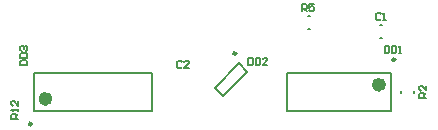
<source format=gto>
G04*
G04 #@! TF.GenerationSoftware,Altium Limited,Altium Designer,20.2.7 (254)*
G04*
G04 Layer_Color=65535*
%FSLAX44Y44*%
%MOMM*%
G71*
G04*
G04 #@! TF.SameCoordinates,7A469513-7955-4F55-9394-07B41ED8EACC*
G04*
G04*
G04 #@! TF.FilePolarity,Positive*
G04*
G01*
G75*
%ADD10C,0.2500*%
%ADD11C,0.6000*%
%ADD12C,0.2000*%
%ADD13C,0.1500*%
D10*
X202552Y75614D02*
G03*
X202552Y75614I-1250J0D01*
G01*
X29500Y15850D02*
G03*
X29500Y15850I-1250J0D01*
G01*
X337330Y70350D02*
G03*
X337330Y70350I-1250J0D01*
G01*
D11*
X44200Y37100D02*
G03*
X44200Y37100I-3000J0D01*
G01*
X326480Y49100D02*
G03*
X326480Y49100I-3000J0D01*
G01*
D12*
X263160Y107100D02*
X265160D01*
X263160Y96100D02*
X265160D01*
X204837Y67129D02*
X211909Y60058D01*
X184331Y46623D02*
X191402Y39551D01*
X184331Y46623D02*
X204837Y67129D01*
X191402Y39551D02*
X211909Y60058D01*
X131200Y27100D02*
Y59100D01*
X31200Y27100D02*
Y59100D01*
X131200D01*
X31200Y27100D02*
X131200D01*
X245480Y59100D02*
X333480D01*
X245480Y27100D02*
X333480D01*
Y59100D01*
X245480Y27100D02*
Y59100D01*
X324120Y99480D02*
X326120D01*
X324120Y88480D02*
X326120D01*
X342400Y42100D02*
Y44100D01*
X353400Y42100D02*
Y44100D01*
D13*
X18265Y20453D02*
X12267Y20432D01*
X12257Y23431D01*
X13253Y24434D01*
X15252Y24441D01*
X16255Y23445D01*
X16266Y20446D01*
X16259Y22445D02*
X18251Y24452D01*
X18244Y26451D02*
X18237Y28450D01*
X18241Y27451D01*
X12243Y27430D01*
X13246Y26434D01*
X18213Y35448D02*
X18227Y31449D01*
X14214Y35434D01*
X13215Y35431D01*
X12219Y34427D01*
X12225Y32428D01*
X13228Y31432D01*
X258252Y111301D02*
Y117299D01*
X261251D01*
X262250Y116299D01*
Y114300D01*
X261251Y113300D01*
X258252D01*
X260251D02*
X262250Y111301D01*
X268248Y117299D02*
X264250D01*
Y114300D01*
X266249Y115300D01*
X267249D01*
X268248Y114300D01*
Y112301D01*
X267249Y111301D01*
X265249D01*
X264250Y112301D01*
X363729Y38212D02*
X357731Y38152D01*
X357701Y41151D01*
X358691Y42160D01*
X360690Y42180D01*
X361700Y41191D01*
X361730Y38192D01*
X361710Y40191D02*
X363689Y42210D01*
X363629Y48208D02*
X363669Y44210D01*
X359630Y48168D01*
X358631Y48158D01*
X357641Y47148D01*
X357661Y45149D01*
X358671Y44160D01*
X19888Y65653D02*
X25886Y65673D01*
X25876Y68672D01*
X24873Y69668D01*
X20874Y69655D01*
X19878Y68652D01*
X19888Y65653D01*
X19868Y71651D02*
X25866Y71671D01*
X25856Y74670D01*
X24853Y75666D01*
X20854Y75653D01*
X19858Y74650D01*
X19868Y71651D01*
X20847Y77652D02*
X19844Y78648D01*
X19838Y80648D01*
X20834Y81651D01*
X21834Y81654D01*
X22837Y80658D01*
X22840Y79658D01*
X22837Y80658D01*
X23833Y81661D01*
X24833Y81664D01*
X25836Y80668D01*
X25842Y78668D01*
X24846Y77665D01*
X212983Y71579D02*
Y65581D01*
X215982D01*
X216981Y66581D01*
Y70579D01*
X215982Y71579D01*
X212983D01*
X218981D02*
Y65581D01*
X221980D01*
X222979Y66581D01*
Y70579D01*
X221980Y71579D01*
X218981D01*
X228977Y65581D02*
X224979D01*
X228977Y69580D01*
Y70579D01*
X227978Y71579D01*
X225978D01*
X224979Y70579D01*
X328282Y81739D02*
Y75741D01*
X331281D01*
X332281Y76741D01*
Y80739D01*
X331281Y81739D01*
X328282D01*
X334280D02*
Y75741D01*
X337279D01*
X338279Y76741D01*
Y80739D01*
X337279Y81739D01*
X334280D01*
X340278Y75741D02*
X342278D01*
X341278D01*
Y81739D01*
X340278Y80739D01*
X156480Y68039D02*
X155481Y69039D01*
X153481D01*
X152482Y68039D01*
Y64041D01*
X153481Y63041D01*
X155481D01*
X156480Y64041D01*
X162478Y63041D02*
X158480D01*
X162478Y67040D01*
Y68039D01*
X161479Y69039D01*
X159479D01*
X158480Y68039D01*
X325120Y108679D02*
X324120Y109679D01*
X322121D01*
X321121Y108679D01*
Y104681D01*
X322121Y103681D01*
X324120D01*
X325120Y104681D01*
X327119Y103681D02*
X329119D01*
X328119D01*
Y109679D01*
X327119Y108679D01*
M02*

</source>
